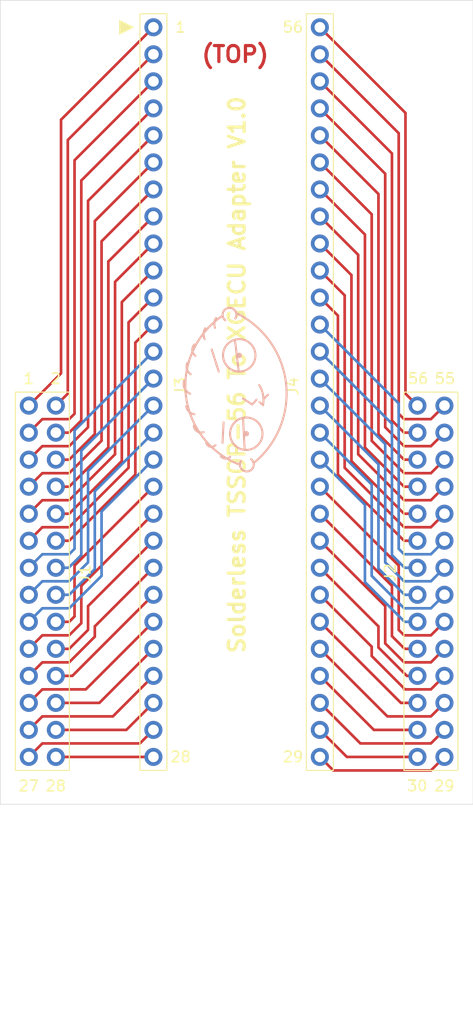
<source format=kicad_pcb>
(kicad_pcb (version 20240108) (generator "pcbnew") (generator_version "8.0")
  (layers (0 "F.Cu" signal) (31 "B.Cu" signal) (34 "B.Paste" user) (35 "F.Paste" user) (36 "B.SilkS" user "B.Silkscreen") (37 "F.SilkS" user "F.Silkscreen") (38 "B.Mask" user) (39 "F.Mask" user) (44 "Edge.Cuts" user))
  (net 0 "")
  (net 1 "/PIN1")
  (net 2 "/PIN20")
  (net 3 "/PIN23")
  (net 4 "/PIN19")
  (net 5 "/PIN12")
  (net 6 "/PIN6")
  (net 7 "/PIN27")
  (net 8 "/PIN8")
  (net 9 "/PIN16")
  (net 10 "/PIN11")
  (net 11 "/PIN17")
  (net 12 "/PIN22")
  (net 13 "/PIN24")
  (net 14 "/PIN7")
  (net 15 "/PIN21")
  (net 16 "/PIN3")
  (net 17 "/PIN28")
  (net 18 "/PIN10")
  (net 19 "/PIN13")
  (net 20 "/PIN18")
  (net 21 "/PIN9")
  (net 22 "/PIN2")
  (net 23 "/PIN26")
  (net 24 "/PIN25")
  (net 25 "/PIN14")
  (net 26 "/PIN4")
  (net 27 "/PIN5")
  (net 28 "/PIN15")
  (net 29 "/PIN46")
  (net 30 "/PIN43")
  (net 31 "/PIN50")
  (net 32 "/PIN48")
  (net 33 "/PIN47")
  (net 34 "/PIN39")
  (net 35 "/PIN34")
  (net 36 "/PIN42")
  (net 37 "/PIN52")
  (net 38 "/PIN33")
  (net 39 "/PIN51")
  (net 40 "/PIN37")
  (net 41 "/PIN56")
  (net 42 "/PIN55")
  (net 43 "/PIN53")
  (net 44 "/PIN36")
  (net 45 "/PIN29")
  (net 46 "/PIN49")
  (net 47 "/PIN41")
  (net 48 "/PIN30")
  (net 49 "/PIN54")
  (net 50 "/PIN44")
  (net 51 "/PIN31")
  (net 52 "/PIN40")
  (net 53 "/PIN32")
  (net 54 "/PIN38")
  (net 55 "/PIN35")
  (net 56 "/PIN45")
  (footprint "Connector_PinHeader_2.54mm:PinHeader_2x14_P2.54mm_Vertical" (layer "F.Cu") (at 149.08 78.74)
    (property "Reference" "J2" (at -2.555 15.697 90) (layer "F.SilkS"))
    (property "Value" "Conn_02x14_Odd_Even" (hide yes))
    (pad "1" thru_hole circle (at 0 0) (size 1.7 1.7) (drill 1) (layers "*.Cu" "*.Mask") (net 41 "/PIN56"))
    (pad "2" thru_hole oval (at 2.54 0) (size 1.7 1.7) (drill 1) (layers "*.Cu" "*.Mask") (net 42 "/PIN55"))
    (pad "3" thru_hole oval (at 0 2.54) (size 1.7 1.7) (drill 1) (layers "*.Cu" "*.Mask") (net 49 "/PIN54"))
    (pad "4" thru_hole oval (at 2.54 2.54) (size 1.7 1.7) (drill 1) (layers "*.Cu" "*.Mask") (net 43 "/PIN53"))
    (pad "5" thru_hole oval (at 0 5.08) (size 1.7 1.7) (drill 1) (layers "*.Cu" "*.Mask") (net 37 "/PIN52"))
    (pad "6" thru_hole oval (at 2.54 5.08) (size 1.7 1.7) (drill 1) (layers "*.Cu" "*.Mask") (net 39 "/PIN51"))
    (pad "7" thru_hole oval (at 0 7.62) (size 1.7 1.7) (drill 1) (layers "*.Cu" "*.Mask") (net 31 "/PIN50"))
    (pad "8" thru_hole oval (at 2.54 7.62) (size 1.7 1.7) (drill 1) (layers "*.Cu" "*.Mask") (net 46 "/PIN49"))
    (pad "9" thru_hole oval (at 0 10.16) (size 1.7 1.7) (drill 1) (layers "*.Cu" "*.Mask") (net 32 "/PIN48"))
    (pad "10" thru_hole oval (at 2.54 10.16) (size 1.7 1.7) (drill 1) (layers "*.Cu" "*.Mask") (net 33 "/PIN47"))
    (pad "11" thru_hole oval (at 0 12.7) (size 1.7 1.7) (drill 1) (layers "*.Cu" "*.Mask") (net 29 "/PIN46"))
    (pad "12" thru_hole oval (at 2.54 12.7) (size 1.7 1.7) (drill 1) (layers "*.Cu" "*.Mask") (net 56 "/PIN45"))
    (pad "13" thru_hole oval (at 0 15.24) (size 1.7 1.7) (drill 1) (layers "*.Cu" "*.Mask") (net 50 "/PIN44"))
    (pad "14" thru_hole oval (at 2.54 15.24) (size 1.7 1.7) (drill 1) (layers "*.Cu" "*.Mask") (net 30 "/PIN43"))
    (pad "15" thru_hole oval (at 0 17.78) (size 1.7 1.7) (drill 1) (layers "*.Cu" "*.Mask") (net 36 "/PIN42"))
    (pad "16" thru_hole oval (at 2.54 17.78) (size 1.7 1.7) (drill 1) (layers "*.Cu" "*.Mask") (net 47 "/PIN41"))
    (pad "17" thru_hole oval (at 0 20.32) (size 1.7 1.7) (drill 1) (layers "*.Cu" "*.Mask") (net 52 "/PIN40"))
    (pad "18" thru_hole oval (at 2.54 20.32) (size 1.7 1.7) (drill 1) (layers "*.Cu" "*.Mask") (net 34 "/PIN39"))
    (pad "19" thru_hole oval (at 0 22.86) (size 1.7 1.7) (drill 1) (layers "*.Cu" "*.Mask") (net 54 "/PIN38"))
    (pad "20" thru_hole oval (at 2.54 22.86) (size 1.7 1.7) (drill 1) (layers "*.Cu" "*.Mask") (net 40 "/PIN37"))
    (pad "21" thru_hole oval (at 0 25.4) (size 1.7 1.7) (drill 1) (layers "*.Cu" "*.Mask") (net 44 "/PIN36"))
    (pad "22" thru_hole oval (at 2.54 25.4) (size 1.7 1.7) (drill 1) (layers "*.Cu" "*.Mask") (net 55 "/PIN35"))
    (pad "23" thru_hole oval (at 0 27.94) (size 1.7 1.7) (drill 1) (layers "*.Cu" "*.Mask") (net 35 "/PIN34"))
    (pad "24" thru_hole oval (at 2.54 27.94) (size 1.7 1.7) (drill 1) (layers "*.Cu" "*.Mask") (net 38 "/PIN33"))
    (pad "25" thru_hole oval (at 0 30.48) (size 1.7 1.7) (drill 1) (layers "*.Cu" "*.Mask") (net 53 "/PIN32"))
    (pad "26" thru_hole oval (at 2.54 30.48) (size 1.7 1.7) (drill 1) (layers "*.Cu" "*.Mask") (net 51 "/PIN31"))
    (pad "27" thru_hole oval (at 0 33.02) (size 1.7 1.7) (drill 1) (layers "*.Cu" "*.Mask") (net 48 "/PIN30"))
    (pad "28" thru_hole oval (at 2.54 33.02) (size 1.7 1.7) (drill 1) (layers "*.Cu" "*.Mask") (net 45 "/PIN29"))
  )
  (footprint "Connector_PinHeader_2.54mm:PinHeader_2x14_P2.54mm_Vertical" (layer "F.Cu") (at 112.54 78.74)
    (property "Reference" "J1" (at 5.283 15.824 -90) (layer "F.SilkS"))
    (property "Value" "Conn_02x14_Odd_Even" (hide yes))
    (pad "1" thru_hole circle (at 0 0) (size 1.7 1.7) (drill 1) (layers "*.Cu" "*.Mask") (net 1 "/PIN1"))
    (pad "2" thru_hole oval (at 2.54 0) (size 1.7 1.7) (drill 1) (layers "*.Cu" "*.Mask") (net 22 "/PIN2"))
    (pad "3" thru_hole oval (at 0 2.54) (size 1.7 1.7) (drill 1) (layers "*.Cu" "*.Mask") (net 16 "/PIN3"))
    (pad "4" thru_hole oval (at 2.54 2.54) (size 1.7 1.7) (drill 1) (layers "*.Cu" "*.Mask") (net 26 "/PIN4"))
    (pad "5" thru_hole oval (at 0 5.08) (size 1.7 1.7) (drill 1) (layers "*.Cu" "*.Mask") (net 27 "/PIN5"))
    (pad "6" thru_hole oval (at 2.54 5.08) (size 1.7 1.7) (drill 1) (layers "*.Cu" "*.Mask") (net 6 "/PIN6"))
    (pad "7" thru_hole oval (at 0 7.62) (size 1.7 1.7) (drill 1) (layers "*.Cu" "*.Mask") (net 14 "/PIN7"))
    (pad "8" thru_hole oval (at 2.54 7.62) (size 1.7 1.7) (drill 1) (layers "*.Cu" "*.Mask") (net 8 "/PIN8"))
    (pad "9" thru_hole oval (at 0 10.16) (size 1.7 1.7) (drill 1) (layers "*.Cu" "*.Mask") (net 21 "/PIN9"))
    (pad "10" thru_hole oval (at 2.54 10.16) (size 1.7 1.7) (drill 1) (layers "*.Cu" "*.Mask") (net 18 "/PIN10"))
    (pad "11" thru_hole oval (at 0 12.7) (size 1.7 1.7) (drill 1) (layers "*.Cu" "*.Mask") (net 10 "/PIN11"))
    (pad "12" thru_hole oval (at 2.54 12.7) (size 1.7 1.7) (drill 1) (layers "*.Cu" "*.Mask") (net 5 "/PIN12"))
    (pad "13" thru_hole oval (at 0 15.24) (size 1.7 1.7) (drill 1) (layers "*.Cu" "*.Mask") (net 19 "/PIN13"))
    (pad "14" thru_hole oval (at 2.54 15.24) (size 1.7 1.7) (drill 1) (layers "*.Cu" "*.Mask") (net 25 "/PIN14"))
    (pad "15" thru_hole oval (at 0 17.78) (size 1.7 1.7) (drill 1) (layers "*.Cu" "*.Mask") (net 28 "/PIN15"))
    (pad "16" thru_hole oval (at 2.54 17.78) (size 1.7 1.7) (drill 1) (layers "*.Cu" "*.Mask") (net 9 "/PIN16"))
    (pad "17" thru_hole oval (at 0 20.32) (size 1.7 1.7) (drill 1) (layers "*.Cu" "*.Mask") (net 11 "/PIN17"))
    (pad "18" thru_hole oval (at 2.54 20.32) (size 1.7 1.7) (drill 1) (layers "*.Cu" "*.Mask") (net 20 "/PIN18"))
    (pad "19" thru_hole oval (at 0 22.86) (size 1.7 1.7) (drill 1) (layers "*.Cu" "*.Mask") (net 4 "/PIN19"))
    (pad "20" thru_hole oval (at 2.54 22.86) (size 1.7 1.7) (drill 1) (layers "*.Cu" "*.Mask") (net 2 "/PIN20"))
    (pad "21" thru_hole oval (at 0 25.4) (size 1.7 1.7) (drill 1) (layers "*.Cu" "*.Mask") (net 15 "/PIN21"))
    (pad "22" thru_hole oval (at 2.54 25.4) (size 1.7 1.7) (drill 1) (layers "*.Cu" "*.Mask") (net 12 "/PIN22"))
    (pad "23" thru_hole oval (at 0 27.94) (size 1.7 1.7) (drill 1) (layers "*.Cu" "*.Mask") (net 3 "/PIN23"))
    (pad "24" thru_hole oval (at 2.54 27.94) (size 1.7 1.7) (drill 1) (layers "*.Cu" "*.Mask") (net 13 "/PIN24"))
    (pad "25" thru_hole oval (at 0 30.48) (size 1.7 1.7) (drill 1) (layers "*.Cu" "*.Mask") (net 24 "/PIN25"))
    (pad "26" thru_hole oval (at 2.54 30.48) (size 1.7 1.7) (drill 1) (layers "*.Cu" "*.Mask") (net 23 "/PIN26"))
    (pad "27" thru_hole oval (at 0 33.02) (size 1.7 1.7) (drill 1) (layers "*.Cu" "*.Mask") (net 7 "/PIN27"))
    (pad "28" thru_hole oval (at 2.54 33.02) (size 1.7 1.7) (drill 1) (layers "*.Cu" "*.Mask") (net 17 "/PIN28"))
  )
  (footprint "Connector_PinHeader_2.54mm:PinHeader_1x28_P2.54mm_Vertical" (layer "F.Cu") (at 139.905 43.18)
    (property "Reference" "J4" (at -2.54 33.753316 90) (layer "F.SilkS"))
    (property "Value" "Conn_01x28" (hide yes))
    (pad "1" thru_hole circle (at 0 0) (size 1.7 1.7) (drill 1) (layers "*.Cu" "*.Mask") (net 41 "/PIN56"))
    (pad "2" thru_hole oval (at 0 2.54) (size 1.7 1.7) (drill 1) (layers "*.Cu" "*.Mask") (net 42 "/PIN55"))
    (pad "3" thru_hole oval (at 0 5.08) (size 1.7 1.7) (drill 1) (layers "*.Cu" "*.Mask") (net 49 "/PIN54"))
    (pad "4" thru_hole oval (at 0 7.62) (size 1.7 1.7) (drill 1) (layers "*.Cu" "*.Mask") (net 43 "/PIN53"))
    (pad "5" thru_hole oval (at 0 10.16) (size 1.7 1.7) (drill 1) (layers "*.Cu" "*.Mask") (net 37 "/PIN52"))
    (pad "6" thru_hole oval (at 0 12.7) (size 1.7 1.7) (drill 1) (layers "*.Cu" "*.Mask") (net 39 "/PIN51"))
    (pad "7" thru_hole oval (at 0 15.24) (size 1.7 1.7) (drill 1) (layers "*.Cu" "*.Mask") (net 31 "/PIN50"))
    (pad "8" thru_hole oval (at 0 17.78) (size 1.7 1.7) (drill 1) (layers "*.Cu" "*.Mask") (net 46 "/PIN49"))
    (pad "9" thru_hole oval (at 0 20.32) (size 1.7 1.7) (drill 1) (layers "*.Cu" "*.Mask") (net 32 "/PIN48"))
    (pad "10" thru_hole oval (at 0 22.86) (size 1.7 1.7) (drill 1) (layers "*.Cu" "*.Mask") (net 33 "/PIN47"))
    (pad "11" thru_hole oval (at 0 25.4) (size 1.7 1.7) (drill 1) (layers "*.Cu" "*.Mask") (net 29 "/PIN46"))
    (pad "12" thru_hole oval (at 0 27.94) (size 1.7 1.7) (drill 1) (layers "*.Cu" "*.Mask") (net 56 "/PIN45"))
    (pad "13" thru_hole oval (at 0 30.48) (size 1.7 1.7) (drill 1) (layers "*.Cu" "*.Mask") (net 50 "/PIN44"))
    (pad "14" thru_hole oval (at 0 33.02) (size 1.7 1.7) (drill 1) (layers "*.Cu" "*.Mask") (net 30 "/PIN43"))
    (pad "15" thru_hole oval (at 0 35.56) (size 1.7 1.7) (drill 1) (layers "*.Cu" "*.Mask") (net 36 "/PIN42"))
    (pad "16" thru_hole oval (at 0 38.1) (size 1.7 1.7) (drill 1) (layers "*.Cu" "*.Mask") (net 47 "/PIN41"))
    (pad "17" thru_hole oval (at 0 40.64) (size 1.7 1.7) (drill 1) (layers "*.Cu" "*.Mask") (net 52 "/PIN40"))
    (pad "18" thru_hole oval (at 0 43.18) (size 1.7 1.7) (drill 1) (layers "*.Cu" "*.Mask") (net 34 "/PIN39"))
    (pad "19" thru_hole oval (at 0 45.72) (size 1.7 1.7) (drill 1) (layers "*.Cu" "*.Mask") (net 54 "/PIN38"))
    (pad "20" thru_hole oval (at 0 48.26) (size 1.7 1.7) (drill 1) (layers "*.Cu" "*.Mask") (net 40 "/PIN37"))
    (pad "21" thru_hole oval (at 0 50.8) (size 1.7 1.7) (drill 1) (layers "*.Cu" "*.Mask") (net 44 "/PIN36"))
    (pad "22" thru_hole oval (at 0 53.34) (size 1.7 1.7) (drill 1) (layers "*.Cu" "*.Mask") (net 55 "/PIN35"))
    (pad "23" thru_hole oval (at 0 55.88) (size 1.7 1.7) (drill 1) (layers "*.Cu" "*.Mask") (net 35 "/PIN34"))
    (pad "24" thru_hole oval (at 0 58.42) (size 1.7 1.7) (drill 1) (layers "*.Cu" "*.Mask") (net 38 "/PIN33"))
    (pad "25" thru_hole oval (at 0 60.96) (size 1.7 1.7) (drill 1) (layers "*.Cu" "*.Mask") (net 53 "/PIN32"))
    (pad "26" thru_hole oval (at 0 63.5) (size 1.7 1.7) (drill 1) (layers "*.Cu" "*.Mask") (net 51 "/PIN31"))
    (pad "27" thru_hole oval (at 0 66.04) (size 1.7 1.7) (drill 1) (layers "*.Cu" "*.Mask") (net 48 "/PIN30"))
    (pad "28" thru_hole oval (at 0 68.58) (size 1.7 1.7) (drill 1) (layers "*.Cu" "*.Mask") (net 45 "/PIN29"))
  )
  (footprint "Connector_PinHeader_2.54mm:PinHeader_1x28_P2.54mm_Vertical" (layer "F.Cu") (at 124.255 43.18)
    (property "Reference" "J3" (at 2.54 33.753316 -90) (layer "F.SilkS"))
    (property "Value" "Conn_01x28" (hide yes))
    (pad "1" thru_hole circle (at 0 0) (size 1.7 1.7) (drill 1) (layers "*.Cu" "*.Mask") (net 1 "/PIN1"))
    (pad "2" thru_hole oval (at 0 2.54) (size 1.7 1.7) (drill 1) (layers "*.Cu" "*.Mask") (net 22 "/PIN2"))
    (pad "3" thru_hole oval (at 0 5.08) (size 1.7 1.7) (drill 1) (layers "*.Cu" "*.Mask") (net 16 "/PIN3"))
    (pad "4" thru_hole oval (at 0 7.62) (size 1.7 1.7) (drill 1) (layers "*.Cu" "*.Mask") (net 26 "/PIN4"))
    (pad "5" thru_hole oval (at 0 10.16) (size 1.7 1.7) (drill 1) (layers "*.Cu" "*.Mask") (net 27 "/PIN5"))
    (pad "6" thru_hole oval (at 0 12.7) (size 1.7 1.7) (drill 1) (layers "*.Cu" "*.Mask") (net 6 "/PIN6"))
    (pad "7" thru_hole oval (at 0 15.24) (size 1.7 1.7) (drill 1) (layers "*.Cu" "*.Mask") (net 14 "/PIN7"))
    (pad "8" thru_hole oval (at 0 17.78) (size 1.7 1.7) (drill 1) (layers "*.Cu" "*.Mask") (net 8 "/PIN8"))
    (pad "9" thru_hole oval (at 0 20.32) (size 1.7 1.7) (drill 1) (layers "*.Cu" "*.Mask") (net 21 "/PIN9"))
    (pad "10" thru_hole oval (at 0 22.86) (size 1.7 1.7) (drill 1) (layers "*.Cu" "*.Mask") (net 18 "/PIN10"))
    (pad "11" thru_hole oval (at 0 25.4) (size 1.7 1.7) (drill 1) (layers "*.Cu" "*.Mask") (net 10 "/PIN11"))
    (pad "12" thru_hole oval (at 0 27.94) (size 1.7 1.7) (drill 1) (layers "*.Cu" "*.Mask") (net 5 "/PIN12"))
    (pad "13" thru_hole oval (at 0 30.48) (size 1.7 1.7) (drill 1) (layers "*.Cu" "*.Mask") (net 19 "/PIN13"))
    (pad "14" thru_hole oval (at 0 33.02) (size 1.7 1.7) (drill 1) (layers "*.Cu" "*.Mask") (net 25 "/PIN14"))
    (pad "15" thru_hole oval (at 0 35.56) (size 1.7 1.7) (drill 1) (layers "*.Cu" "*.Mask") (net 28 "/PIN15"))
    (pad "16" thru_hole oval (at 0 38.1) (size 1.7 1.7) (drill 1) (layers "*.Cu" "*.Mask") (net 9 "/PIN16"))
    (pad "17" thru_hole oval (at 0 40.64) (size 1.7 1.7) (drill 1) (layers "*.Cu" "*.Mask") (net 11 "/PIN17"))
    (pad "18" thru_hole oval (at 0 43.18) (size 1.7 1.7) (drill 1) (layers "*.Cu" "*.Mask") (net 20 "/PIN18"))
    (pad "19" thru_hole oval (at 0 45.72) (size 1.7 1.7) (drill 1) (layers "*.Cu" "*.Mask") (net 4 "/PIN19"))
    (pad "20" thru_hole oval (at 0 48.26) (size 1.7 1.7) (drill 1) (layers "*.Cu" "*.Mask") (net 2 "/PIN20"))
    (pad "21" thru_hole oval (at 0 50.8) (size 1.7 1.7) (drill 1) (layers "*.Cu" "*.Mask") (net 15 "/PIN21"))
    (pad "22" thru_hole oval (at 0 53.34) (size 1.7 1.7) (drill 1) (layers "*.Cu" "*.Mask") (net 12 "/PIN22"))
    (pad "23" thru_hole oval (at 0 55.88) (size 1.7 1.7) (drill 1) (layers "*.Cu" "*.Mask") (net 3 "/PIN23"))
    (pad "24" thru_hole oval (at 0 58.42) (size 1.7 1.7) (drill 1) (layers "*.Cu" "*.Mask") (net 13 "/PIN24"))
    (pad "25" thru_hole oval (at 0 60.96) (size 1.7 1.7) (drill 1) (layers "*.Cu" "*.Mask") (net 24 "/PIN25"))
    (pad "26" thru_hole oval (at 0 63.5) (size 1.7 1.7) (drill 1) (layers "*.Cu" "*.Mask") (net 23 "/PIN26"))
    (pad "27" thru_hole oval (at 0 66.04) (size 1.7 1.7) (drill 1) (layers "*.Cu" "*.Mask") (net 7 "/PIN27"))
    (pad "28" thru_hole oval (at 0 68.58) (size 1.7 1.7) (drill 1) (layers "*.Cu" "*.Mask") (net 17 "/PIN28"))
  )
  (gr_circle (center 132.325553 74.015399) (end 132.3264 74.2186) (stroke (width 0.1)) (fill solid) (layer "B.SilkS"))
  (gr_circle (center 132.325553 74.015399) (end 132.274752 75.5394) (stroke (width 0.2)) (fill none) (layer "B.SilkS"))
  (gr_arc (start 130.0912 82.4482) (mid 129.598758 82.604273) (end 129.227599 82.245) (stroke (width 0.2)) (layer "B.SilkS"))
  (gr_arc (start 127.754399 75.793399) (mid 127.407408 75.315593) (end 127.4496 74.726599) (stroke (width 0.2)) (layer "B.SilkS"))
  (gr_line (start 132.2756 75.5394) (end 131.92 72.5422) (stroke (width 0.2)) (layer "B.SilkS"))
  (gr_arc (start 129.0752 72.4914) (mid 128.97283 71.977012) (end 129.125999 71.4754) (stroke (width 0.2)) (layer "B.SilkS"))
  (gr_line (start 130.396 75.539399) (end 129.735598 73.4566) (stroke (width 0.2)) (layer "B.SilkS"))
  (gr_line (start 133.5456 78.638199) (end 132.681999 78.079401) (stroke (width 0.2)) (layer "B.SilkS"))
  (gr_line (start 134.612399 78.130201) (end 135.0188 77.7238) (stroke (width 0.2)) (layer "B.SilkS"))
  (gr_circle (center 132.986799 81.3814) (end 132.935998 82.9054) (stroke (width 0.2)) (fill none) (layer "B.SilkS"))
  (gr_arc (start 128.973599 81.228999) (mid 128.360633 81.157869) (end 128.059199 80.6194) (stroke (width 0.2)) (layer "B.SilkS"))
  (gr_arc (start 131.4628 83.5658) (mid 131.020682 83.715999) (end 130.599199 83.515) (stroke (width 0.2)) (layer "B.SilkS"))
  (gr_line (start 134.5616 78.689) (end 134.2314 78.4096) (stroke (width 0.2)) (layer "B.SilkS"))
  (gr_arc (start 132.3264 84.277) (mid 127.316525 77.819828) (end 130.649998 70.3578) (stroke (width 0.2)) (layer "B.SilkS"))
  (gr_line (start 132.834398 82.8546) (end 132.682 79.908199) (stroke (width 0.2)) (layer "B.SilkS"))
  (gr_line (start 130.751599 82.245001) (end 130.853199 80.3146) (stroke (width 0.2)) (layer "B.SilkS"))
  (gr_arc (start 132.174 70.1038) (mid 136.729896 76.701821) (end 133.698 84.124598) (stroke (width 0.2)) (layer "B.SilkS"))
  (gr_arc (start 128.2116 74.0662) (mid 127.916242 73.556078) (end 128.109999 72.9994) (stroke (width 0.2)) (layer "B.SilkS"))
  (gr_arc (start 128.11 79.5526) (mid 127.601999 79.2986) (end 127.348 78.790599) (stroke (width 0.2)) (layer "B.SilkS"))
  (gr_arc (start 127.703598 77.6222) (mid 127.193275 77.118435) (end 127.144799 76.403) (stroke (width 0.2)) (layer "B.SilkS"))
  (gr_arc (start 130.0404 71.4246) (mid 129.990818 70.956245) (end 130.141999 70.5102) (stroke (width 0.2)) (layer "B.SilkS"))
  (gr_circle (center 132.986799 81.3814) (end 132.986799 81.5846) (stroke (width 0.1)) (fill solid) (layer "B.SilkS"))
  (gr_arc (start 134.205999 76.8094) (mid 134.56011 77.715844) (end 134.5616 78.689) (stroke (width 0.2)) (layer "B.SilkS"))
  (gr_line (start 133.5456 78.638199) (end 133.951999 78.181) (stroke (width 0.2)) (layer "B.SilkS"))
  (gr_arc (start 133.444 83.769) (mid 133.144238 84.918757) (end 132.488749 83.927732) (stroke (width 0.2)) (layer "B.SilkS"))
  (gr_arc (start 131.005599 70.713399) (mid 131.30536 69.563641) (end 131.960849 70.554669) (stroke (width 0.2)) (layer "B.SilkS"))
  (gr_rect (start 111.27 77.47) (end 116.35 113.03) (stroke (width 0.1)) (fill none) (layer "F.SilkS"))
  (gr_rect (start 147.81 77.47) (end 152.89 113.03) (stroke (width 0.1)) (fill none) (layer "F.SilkS"))
  (gr_rect (start 122.985 41.91) (end 125.525 113.03) (stroke (width 0.1)) (fill none) (layer "F.SilkS"))
  (gr_poly (pts (xy 122.35 43.18) (xy 121.08 42.545) (xy 121.08 43.815)) (stroke (width 0.1)) (fill solid) (layer "F.SilkS"))
  (gr_rect (start 138.635 41.91) (end 141.175 113.03) (stroke (width 0.1)) (fill none) (layer "F.SilkS"))
  (gr_rect (start 109.855 40.64) (end 154.305 116.205) (stroke (width 0.05)) (fill none) (layer "Edge.Cuts"))
  (gr_text "(TOP)" (at 131.9454 45.7198 0) (layer "F.Cu") (effects (font (size 1.5 1.5) (thickness 0.3) (bold yes))))
  (gr_text "Solderless TSSOP-56 To XGECU Adapter V1.0" (at 132.9868 102.184 90) (layer "F.SilkS") (effects (font (size 1.5 1.5) (thickness 0.3) (bold yes)) (justify left bottom)))
  (gr_text "1" (at 126.805 43.17 0) (layer "F.SilkS") (effects (font (size 1 1))))
  (gr_text "56" (at 149.14938 76.2 0) (layer "F.SilkS") (effects (font (size 1 1))))
  (gr_text "27" (at 111.472621 114.482618 0) (layer "F.SilkS") (effects (font (size 1 1)) (justify left)))
  (gr_text "30" (at 148.012621 114.482618 0) (layer "F.SilkS") (effects (font (size 1 1)) (justify left)))
  (gr_text "1" (at 111.94881 76.2 0) (layer "F.SilkS") (effects (font (size 1 1)) (justify left)))
  (gr_text "56" (at 137.375 43.17 0) (layer "F.SilkS") (effects (font (size 1 1))))
  (gr_text "2" (at 114.488809 76.2 0) (layer "F.SilkS") (effects (font (size 1 1)) (justify left)))
  (gr_text "55" (at 150.622 76.2 0) (layer "F.SilkS") (effects (font (size 1 1)) (justify left)))
  (gr_text "29" (at 150.55262 114.482618 0) (layer "F.SilkS") (effects (font (size 1 1)) (justify left)))
  (gr_text "28" (at 114.01262 114.482618 0) (layer "F.SilkS") (effects (font (size 1 1)) (justify left)))
  (gr_text "29\n" (at 137.375 111.75 0) (layer "F.SilkS") (effects (font (size 1 1))))
  (gr_text "28\n" (at 126.805 111.75 0) (layer "F.SilkS") (effects (font (size 1 1))))
  (segment (start 115.57 51.865) (end 124.255 43.18) (width 0.25) (layer "F.Cu") (net 1))
  (segment (start 112.54 78.74) (end 115.57 75.71) (width 0.25) (layer "F.Cu") (net 1))
  (segment (start 115.57 75.71) (end 115.57 51.865) (width 0.25) (layer "F.Cu") (net 1))
  (segment (start 124.255 91.44) (end 118.11 97.585) (width 0.25) (layer "F.Cu") (net 2))
  (segment (start 118.11 99.822) (end 116.332 101.6) (width 0.25) (layer "F.Cu") (net 2))
  (segment (start 116.332 101.6) (end 115.08 101.6) (width 0.25) (layer "F.Cu") (net 2))
  (segment (start 118.11 97.585) (end 118.11 99.822) (width 0.25) (layer "F.Cu") (net 2))
  (segment (start 117.905 105.41) (end 124.255 99.06) (width 0.25) (layer "F.Cu") (net 3))
  (segment (start 112.54 106.68) (end 113.81 105.41) (width 0.25) (layer "F.Cu") (net 3))
  (segment (start 113.81 105.41) (end 117.905 105.41) (width 0.25) (layer "F.Cu") (net 3))
  (segment (start 113.81 100.33) (end 112.54 101.6) (width 0.25) (layer "F.Cu") (net 4))
  (segment (start 116.332 100.33) (end 113.81 100.33) (width 0.25) (layer "F.Cu") (net 4))
  (segment (start 124.255 88.9) (end 117.475 95.68) (width 0.25) (layer "F.Cu") (net 4))
  (segment (start 117.475 95.68) (end 117.475 99.187) (width 0.25) (layer "F.Cu") (net 4))
  (segment (start 117.475 99.187) (end 116.332 100.33) (width 0.25) (layer "F.Cu") (net 4))
  (segment (start 116.332 91.44) (end 115.08 91.44) (width 0.25) (layer "F.Cu") (net 5))
  (segment (start 124.255 71.12) (end 122.555 72.82) (width 0.25) (layer "F.Cu") (net 5))
  (segment (start 122.555 72.82) (end 122.555 85.217) (width 0.25) (layer "F.Cu") (net 5))
  (segment (start 122.555 85.217) (end 116.332 91.44) (width 0.25) (layer "F.Cu") (net 5))
  (segment (start 116.332 83.82) (end 118.745 81.407) (width 0.25) (layer "F.Cu") (net 6))
  (segment (start 118.745 61.39) (end 124.255 55.88) (width 0.25) (layer "F.Cu") (net 6))
  (segment (start 118.745 81.407) (end 118.745 61.39) (width 0.25) (layer "F.Cu") (net 6))
  (segment (start 115.08 83.82) (end 116.332 83.82) (width 0.25) (layer "F.Cu") (net 6))
  (segment (start 112.54 111.76) (end 113.81 110.49) (width 0.25) (layer "F.Cu") (net 7))
  (segment (start 113.81 110.49) (end 122.985 110.49) (width 0.25) (layer "F.Cu") (net 7))
  (segment (start 122.985 110.49) (end 124.255 109.22) (width 0.25) (layer "F.Cu") (net 7))
  (segment (start 116.332 86.36) (end 120.015 82.677) (width 0.25) (layer "F.Cu") (net 8))
  (segment (start 120.015 82.677) (end 120.015 65.2) (width 0.25) (layer "F.Cu") (net 8))
  (segment (start 115.08 86.36) (end 116.332 86.36) (width 0.25) (layer "F.Cu") (net 8))
  (segment (start 120.015 65.2) (end 124.255 60.96) (width 0.25) (layer "F.Cu") (net 8))
  (segment (start 118.745 94.107) (end 118.745 86.79) (width 0.25) (layer "B.Cu") (net 9))
  (segment (start 115.08 96.52) (end 116.332 96.52) (width 0.25) (layer "B.Cu") (net 9))
  (segment (start 116.332 96.52) (end 118.745 94.107) (width 0.25) (layer "B.Cu") (net 9))
  (segment (start 118.745 86.79) (end 124.255 81.28) (width 0.25) (layer "B.Cu") (net 9))
  (segment (start 116.332 90.17) (end 121.92 84.582) (width 0.25) (layer "F.Cu") (net 10))
  (segment (start 113.81 90.17) (end 116.332 90.17) (width 0.25) (layer "F.Cu") (net 10))
  (segment (start 121.92 70.915) (end 124.255 68.58) (width 0.25) (layer "F.Cu") (net 10))
  (segment (start 121.92 84.582) (end 121.92 70.915) (width 0.25) (layer "F.Cu") (net 10))
  (segment (start 112.54 91.44) (end 113.81 90.17) (width 0.25) (layer "F.Cu") (net 10))
  (segment (start 113.81 97.79) (end 112.54 99.06) (width 0.25) (layer "B.Cu") (net 11))
  (segment (start 119.38 88.695) (end 119.38 94.742) (width 0.25) (layer "B.Cu") (net 11))
  (segment (start 116.332 97.79) (end 113.81 97.79) (width 0.25) (layer "B.Cu") (net 11))
  (segment (start 119.38 94.742) (end 116.332 97.79) (width 0.25) (layer "B.Cu") (net 11))
  (segment (start 124.255 83.82) (end 119.38 88.695) (width 0.25) (layer "B.Cu") (net 11))
  (segment (start 116.635 104.14) (end 115.08 104.14) (width 0.25) (layer "F.Cu") (net 12))
  (segment (start 124.255 96.52) (end 116.635 104.14) (width 0.25) (layer "F.Cu") (net 12))
  (segment (start 124.255 101.6) (end 119.175 106.68) (width 0.25) (layer "F.Cu") (net 13))
  (segment (start 119.175 106.68) (end 115.08 106.68) (width 0.25) (layer "F.Cu") (net 13))
  (segment (start 119.38 63.295) (end 124.255 58.42) (width 0.25) (layer "F.Cu") (net 14))
  (segment (start 116.332 85.09) (end 119.38 82.042) (width 0.25) (layer "F.Cu") (net 14))
  (segment (start 119.38 82.042) (end 119.38 63.295) (width 0.25) (layer "F.Cu") (net 14))
  (segment (start 112.54 86.36) (end 113.81 85.09) (width 0.25) (layer "F.Cu") (net 14))
  (segment (start 113.81 85.09) (end 116.332 85.09) (width 0.25) (layer "F.Cu") (net 14))
  (segment (start 113.81 102.87) (end 112.54 104.14) (width 0.25) (layer "F.Cu") (net 15))
  (segment (start 116.332 102.87) (end 113.81 102.87) (width 0.25) (layer "F.Cu") (net 15))
  (segment (start 118.745 100.457) (end 116.332 102.87) (width 0.25) (layer "F.Cu") (net 15))
  (segment (start 124.255 93.98) (end 118.745 99.49) (width 0.25) (layer "F.Cu") (net 15))
  (segment (start 118.745 99.49) (end 118.745 100.457) (width 0.25) (layer "F.Cu") (net 15))
  (segment (start 112.54 81.28) (end 113.81 80.01) (width 0.25) (layer "F.Cu") (net 16))
  (segment (start 113.81 80.01) (end 116.332 80.01) (width 0.25) (layer "F.Cu") (net 16))
  (segment (start 116.84 79.502) (end 116.84 55.675) (width 0.25) (layer "F.Cu") (net 16))
  (segment (start 116.332 80.01) (end 116.84 79.502) (width 0.25) (layer "F.Cu") (net 16))
  (segment (start 116.84 55.675) (end 124.255 48.26) (width 0.25) (layer "F.Cu") (net 16))
  (segment (start 124.255 111.76) (end 115.08 111.76) (width 0.25) (layer "F.Cu") (net 17))
  (segment (start 116.332 88.9) (end 115.08 88.9) (width 0.25) (layer "F.Cu") (net 18))
  (segment (start 121.285 69.01) (end 121.285 83.947) (width 0.25) (layer "F.Cu") (net 18))
  (segment (start 124.255 66.04) (end 121.285 69.01) (width 0.25) (layer "F.Cu") (net 18))
  (segment (start 121.285 83.947) (end 116.332 88.9) (width 0.25) (layer "F.Cu") (net 18))
  (segment (start 116.332 92.71) (end 113.81 92.71) (width 0.25) (layer "B.Cu") (net 19))
  (segment (start 116.84 81.075) (end 116.84 92.202) (width 0.25) (layer "B.Cu") (net 19))
  (segment (start 116.84 92.202) (end 116.332 92.71) (width 0.25) (layer "B.Cu") (net 19))
  (segment (start 113.81 92.71) (end 112.54 93.98) (width 0.25) (layer "B.Cu") (net 19))
  (segment (start 124.255 73.66) (end 116.84 81.075) (width 0.25) (layer "B.Cu") (net 19))
  (segment (start 116.332 99.06) (end 115.08 99.06) (width 0.25) (layer "F.Cu") (net 20))
  (segment (start 116.84 93.775) (end 116.84 98.552) (width 0.25) (layer "F.Cu") (net 20))
  (segment (start 124.255 86.36) (end 116.84 93.775) (width 0.25) (layer "F.Cu") (net 20))
  (segment (start 116.84 98.552) (end 116.332 99.06) (width 0.25) (layer "F.Cu") (net 20))
  (segment (start 120.65 83.312) (end 116.332 87.63) (width 0.25) (layer "F.Cu") (net 21))
  (segment (start 116.332 87.63) (end 113.81 87.63) (width 0.25) (layer "F.Cu") (net 21))
  (segment (start 113.81 87.63) (end 112.54 88.9) (width 0.25) (layer "F.Cu") (net 21))
  (segment (start 120.65 67.105) (end 120.65 83.312) (width 0.25) (layer "F.Cu") (net 21))
  (segment (start 124.255 63.5) (end 120.65 67.105) (width 0.25) (layer "F.Cu") (net 21))
  (segment (start 115.08 78.74) (end 116.205 77.615) (width 0.25) (layer "F.Cu") (net 22))
  (segment (start 116.205 53.77) (end 124.255 45.72) (width 0.25) (layer "F.Cu") (net 22))
  (segment (start 116.205 77.615) (end 116.205 53.77) (width 0.25) (layer "F.Cu") (net 22))
  (segment (start 124.255 106.68) (end 121.715 109.22) (width 0.25) (layer "F.Cu") (net 23))
  (segment (start 121.715 109.22) (end 115.08 109.22) (width 0.25) (layer "F.Cu") (net 23))
  (segment (start 113.81 107.95) (end 120.445 107.95) (width 0.25) (layer "F.Cu") (net 24))
  (segment (start 120.445 107.95) (end 124.255 104.14) (width 0.25) (layer "F.Cu") (net 24))
  (segment (start 112.54 109.22) (end 113.81 107.95) (width 0.25) (layer "F.Cu") (net 24))
  (segment (start 117.475 82.98) (end 117.475 92.787081) (width 0.25) (layer "B.Cu") (net 25))
  (segment (start 116.282081 93.98) (end 115.08 93.98) (width 0.25) (layer "B.Cu") (net 25))
  (segment (start 117.475 92.787081) (end 116.282081 93.98) (width 0.25) (layer "B.Cu") (net 25))
  (segment (start 124.255 76.2) (end 117.475 82.98) (width 0.25) (layer "B.Cu") (net 25))
  (segment (start 115.08 81.28) (end 116.332 81.28) (width 0.25) (layer "F.Cu") (net 26))
  (segment (start 117.475 57.58) (end 124.255 50.8) (width 0.25) (layer "F.Cu") (net 26))
  (segment (start 116.332 81.28) (end 117.475 80.137) (width 0.25) (layer "F.Cu") (net 26))
  (segment (start 117.475 80.137) (end 117.475 57.58) (width 0.25) (layer "F.Cu") (net 26))
  (segment (start 113.81 82.55) (end 116.332 82.55) (width 0.25) (layer "F.Cu") (net 27))
  (segment (start 118.11 80.772) (end 118.11 59.485) (width 0.25) (layer "F.Cu") (net 27))
  (segment (start 112.54 83.82) (end 113.81 82.55) (width 0.25) (layer "F.Cu") (net 27))
  (segment (start 118.11 59.485) (end 124.255 53.34) (width 0.25) (layer "F.Cu") (net 27))
  (segment (start 116.332 82.55) (end 118.11 80.772) (width 0.25) (layer "F.Cu") (net 27))
  (segment (start 118.11 93.472) (end 116.332 95.25) (width 0.25) (layer "B.Cu") (net 28))
  (segment (start 113.81 95.25) (end 112.54 96.52) (width 0.25) (layer "B.Cu") (net 28))
  (segment (start 118.11 84.885) (end 118.11 93.472) (width 0.25) (layer "B.Cu") (net 28))
  (segment (start 116.332 95.25) (end 113.81 95.25) (width 0.25) (layer "B.Cu") (net 28))
  (segment (start 124.255 78.74) (end 118.11 84.885) (width 0.25) (layer "B.Cu") (net 28))
  (segment (start 147.828 91.44) (end 149.08 91.44) (width 0.25) (layer "F.Cu") (net 29))
  (segment (start 141.605 70.28) (end 141.605 85.217) (width 0.25) (layer "F.Cu") (net 29))
  (segment (start 139.905 68.58) (end 141.605 70.28) (width 0.25) (layer "F.Cu") (net 29))
  (segment (start 141.605 85.217) (end 147.828 91.44) (width 0.25) (layer "F.Cu") (net 29))
  (segment (start 146.05 93.472) (end 147.828 95.25) (width 0.25) (layer "B.Cu") (net 30))
  (segment (start 147.828 95.25) (end 150.35 95.25) (width 0.25) (layer "B.Cu") (net 30))
  (segment (start 150.35 95.25) (end 151.62 93.98) (width 0.25) (layer "B.Cu") (net 30))
  (segment (start 139.905 76.2) (end 146.05 82.345) (width 0.25) (layer "B.Cu") (net 30))
  (segment (start 146.05 82.345) (end 146.05 93.472) (width 0.25) (layer "B.Cu") (net 30))
  (segment (start 144.145 62.66) (end 144.145 82.677) (width 0.25) (layer "F.Cu") (net 31))
  (segment (start 144.145 82.677) (end 147.828 86.36) (width 0.25) (layer "F.Cu") (net 31))
  (segment (start 147.828 86.36) (end 149.08 86.36) (width 0.25) (layer "F.Cu") (net 31))
  (segment (start 139.905 58.42) (end 144.145 62.66) (width 0.25) (layer "F.Cu") (net 31))
  (segment (start 139.905 63.5) (end 142.875 66.47) (width 0.25) (layer "F.Cu") (net 32))
  (segment (start 142.875 66.47) (end 142.875 83.947) (width 0.25) (layer "F.Cu") (net 32))
  (segment (start 142.875 83.947) (end 147.828 88.9) (width 0.25) (layer "F.Cu") (net 32))
  (segment (start 147.828 88.9) (end 149.08 88.9) (width 0.25) (layer "F.Cu") (net 32))
  (segment (start 142.24 84.582) (end 147.828 90.17) (width 0.25) (layer "F.Cu") (net 33))
  (segment (start 142.24 68.375) (end 142.24 84.582) (width 0.25) (layer "F.Cu") (net 33))
  (segment (start 139.905 66.04) (end 142.24 68.375) (width 0.25) (layer "F.Cu") (net 33))
  (segment (start 147.828 90.17) (end 150.35 90.17) (width 0.25) (layer "F.Cu") (net 33))
  (segment (start 150.35 90.17) (end 151.62 88.9) (width 0.25) (layer "F.Cu") (net 33))
  (segment (start 147.32 99.822) (end 147.32 93.775) (width 0.25) (layer "F.Cu") (net 34))
  (segment (start 150.35 100.33) (end 147.828 100.33) (width 0.25) (layer "F.Cu") (net 34))
  (segment (start 151.62 99.06) (end 150.35 100.33) (width 0.25) (layer "F.Cu") (net 34))
  (segment (start 147.828 100.33) (end 147.32 99.822) (width 0.25) (layer "F.Cu") (net 34))
  (segment (start 147.32 93.775) (end 139.905 86.36) (width 0.25) (layer "F.Cu") (net 34))
  (segment (start 139.905 99.06) (end 147.525 106.68) (width 0.25) (layer "F.Cu") (net 35))
  (segment (start 147.525 106.68) (end 149.08 106.68) (width 0.25) (layer "F.Cu") (net 35))
  (segment (start 145.415 94.057081) (end 147.877919 96.52) (width 0.25) (layer "B.Cu") (net 36))
  (segment (start 139.905 78.74) (end 145.415 84.25) (width 0.25) (layer "B.Cu") (net 36))
  (segment (start 147.877919 96.52) (end 149.08 96.52) (width 0.25) (layer "B.Cu") (net 36))
  (segment (start 145.415 84.25) (end 145.415 94.057081) (width 0.25) (layer "B.Cu") (net 36))
  (segment (start 147.828 83.82) (end 149.08 83.82) (width 0.25) (layer "F.Cu") (net 37))
  (segment (start 139.905 53.34) (end 145.415 58.85) (width 0.25) (layer "F.Cu") (net 37))
  (segment (start 145.415 81.407) (end 147.828 83.82) (width 0.25) (layer "F.Cu") (net 37))
  (segment (start 145.415 58.85) (end 145.415 81.407) (width 0.25) (layer "F.Cu") (net 37))
  (segment (start 146.255 107.95) (end 150.35 107.95) (width 0.25) (layer "F.Cu") (net 38))
  (segment (start 150.35 107.95) (end 151.62 106.68) (width 0.25) (layer "F.Cu") (net 38))
  (segment (start 139.905 101.6) (end 146.255 107.95) (width 0.25) (layer "F.Cu") (net 38))
  (segment (start 147.828 85.09) (end 144.78 82.042) (width 0.25) (layer "F.Cu") (net 39))
  (segment (start 151.62 83.82) (end 150.35 85.09) (width 0.25) (layer "F.Cu") (net 39))
  (segment (start 144.78 60.755) (end 139.905 55.88) (width 0.25) (layer "F.Cu") (net 39))
  (segment (start 150.35 85.09) (end 147.828 85.09) (width 0.25) (layer "F.Cu") (net 39))
  (segment (start 144.78 82.042) (end 144.78 60.755) (width 0.25) (layer "F.Cu") (net 39))
  (segment (start 147.828 102.87) (end 150.35 102.87) (width 0.25) (layer "F.Cu") (net 40))
  (segment (start 146.05 101.092) (end 147.828 102.87) (width 0.25) (layer "F.Cu") (net 40))
  (segment (start 150.35 102.87) (end 151.62 101.6) (width 0.25) (layer "F.Cu") (net 40))
  (segment (start 146.05 97.585) (end 146.05 101.092) (width 0.25) (layer "F.Cu") (net 40))
  (segment (start 139.905 91.44) (end 146.05 97.585) (width 0.25) (layer "F.Cu") (net 40))
  (segment (start 147.955 51.23) (end 147.955 77.615) (width 0.25) (layer "F.Cu") (net 41))
  (segment (start 147.955 77.615) (end 149.08 78.74) (width 0.25) (layer "F.Cu") (net 41))
  (segment (start 139.905 43.18) (end 147.955 51.23) (width 0.25) (layer "F.Cu") (net 41))
  (segment (start 147.828 80.01) (end 147.32 79.502) (width 0.25) (layer "F.Cu") (net 42))
  (segment (start 151.62 78.74) (end 150.35 80.01) (width 0.25) (layer "F.Cu") (net 42))
  (segment (start 147.32 53.135) (end 139.905 45.72) (width 0.25) (layer "F.Cu") (net 42))
  (segment (start 147.32 79.502) (end 147.32 53.135) (width 0.25) (layer "F.Cu") (net 42))
  (segment (start 150.35 80.01) (end 147.828 80.01) (width 0.25) (layer "F.Cu") (net 42))
  (segment (start 150.35 82.55) (end 151.62 81.28) (width 0.25) (layer "F.Cu") (net 43))
  (segment (start 146.05 56.945) (end 146.05 80.772) (width 0.25) (layer "F.Cu") (net 43))
  (segment (start 139.905 50.8) (end 146.05 56.945) (width 0.25) (layer "F.Cu") (net 43))
  (segment (start 147.828 82.55) (end 150.35 82.55) (width 0.25) (layer "F.Cu") (net 43))
  (segment (start 146.05 80.772) (end 147.828 82.55) (width 0.25) (layer "F.Cu") (net 43))
  (segment (start 148.082 104.14) (end 149.08 104.14) (width 0.25) (layer "F.Cu") (net 44))
  (segment (start 139.905 93.98) (end 145.415 99.49) (width 0.25) (layer "F.Cu") (net 44))
  (segment (start 145.415 99.49) (end 145.415 101.473) (width 0.25) (layer "F.Cu") (net 44))
  (segment (start 145.415 101.473) (end 148.082 104.14) (width 0.25) (layer "F.Cu") (net 44))
  (segment (start 141.175 113.03) (end 150.35 113.03) (width 0.25) (layer "F.Cu") (net 45))
  (segment (start 139.905 111.76) (end 141.175 113.03) (width 0.25) (layer "F.Cu") (net 45))
  (segment (start 150.35 113.03) (end 151.62 111.76) (width 0.25) (layer "F.Cu") (net 45))
  (segment (start 147.828 87.63) (end 150.35 87.63) (width 0.25) (layer "F.Cu") (net 46))
  (segment (start 143.51 64.565) (end 143.51 83.312) (width 0.25) (layer "F.Cu") (net 46))
  (segment (start 139.905 60.96) (end 143.51 64.565) (width 0.25) (layer "F.Cu") (net 46))
  (segment (start 143.51 83.312) (end 147.828 87.63) (width 0.25) (layer "F.Cu") (net 46))
  (segment (start 150.35 87.63) (end 151.62 86.36) (width 0.25) (layer "F.Cu") (net 46))
  (segment (start 150.35 97.79) (end 151.62 96.52) (width 0.25) (layer "B.Cu") (net 47))
  (segment (start 144.78 94.742) (end 147.828 97.79) (width 0.25) (layer "B.Cu") (net 47))
  (segment (start 144.78 86.155) (end 144.78 94.742) (width 0.25) (layer "B.Cu") (net 47))
  (segment (start 147.828 97.79) (end 150.35 97.79) (width 0.25) (layer "B.Cu") (net 47))
  (segment (start 139.905 81.28) (end 144.78 86.155) (width 0.25) (layer "B.Cu") (net 47))
  (segment (start 142.445 111.76) (end 149.08 111.76) (width 0.25) (layer "F.Cu") (net 48))
  (segment (start 139.905 109.22) (end 142.445 111.76) (width 0.25) (layer "F.Cu") (net 48))
  (segment (start 139.905 48.26) (end 146.685 55.04) (width 0.25) (layer "F.Cu") (net 49))
  (segment (start 146.685 80.137) (end 147.828 81.28) (width 0.25) (layer "F.Cu") (net 49))
  (segment (start 147.828 81.28) (end 149.08 81.28) (width 0.25) (layer "F.Cu") (net 49))
  (segment (start 146.685 55.04) (end 146.685 80.137) (width 0.25) (layer "F.Cu") (net 49))
  (segment (start 146.685 80.44) (end 146.685 92.787081) (width 0.25) (layer "B.Cu") (net 50))
  (segment (start 147.877919 93.98) (end 149.08 93.98) (width 0.25) (layer "B.Cu") (net 50))
  (segment (start 146.685 92.787081) (end 147.877919 93.98) (width 0.25) (layer "B.Cu") (net 50))
  (segment (start 139.905 73.66) (end 146.685 80.44) (width 0.25) (layer "B.Cu") (net 50))
  (segment (start 143.715 110.49) (end 150.35 110.49) (width 0.25) (layer "F.Cu") (net 51))
  (segment (start 150.35 110.49) (end 151.62 109.22) (width 0.25) (layer "F.Cu") (net 51))
  (segment (start 139.905 106.68) (end 143.715 110.49) (width 0.25) (layer "F.Cu") (net 51))
  (segment (start 144.145 88.06) (end 144.145 95.327081) (width 0.25) (layer "B.Cu") (net 52))
  (segment (start 147.877919 99.06) (end 149.08 99.06) (width 0.25) (layer "B.Cu") (net 52))
  (segment (start 139.905 83.82) (end 144.145 88.06) (width 0.25) (layer "B.Cu") (net 52))
  (segment (start 144.145 95.327081) (end 147.877919 99.06) (width 0.25) (layer "B.Cu") (net 52))
  (segment (start 139.905 104.14) (end 144.985 109.22) (width 0.25) (layer "F.Cu") (net 53))
  (segment (start 144.985 109.22) (end 149.08 109.22) (width 0.25) (layer "F.Cu") (net 53))
  (segment (start 146.685 95.68) (end 146.685 100.407081) (width 0.25) (layer "F.Cu") (net 54))
  (segment (start 146.685 100.407081) (end 147.877919 101.6) (width 0.25) (layer "F.Cu") (net 54))
  (segment (start 139.905 88.9) (end 146.685 95.68) (width 0.25) (layer "F.Cu") (net 54))
  (segment (start 147.877919 101.6) (end 149.08 101.6) (width 0.25) (layer "F.Cu") (net 54))
  (segment (start 150.35 105.41) (end 147.828 105.41) (width 0.25) (layer "F.Cu") (net 55))
  (segment (start 151.62 104.14) (end 150.35 105.41) (width 0.25) (layer "F.Cu") (net 55))
  (segment (start 147.828 105.41) (end 147.828 105.321299) (width 0.25) (layer "F.Cu") (net 55))
  (segment (start 144.78 101.395) (end 139.905 96.52) (width 0.25) (layer "F.Cu") (net 55))
  (segment (start 147.828 105.321299) (end 144.78 102.273299) (width 0.25) (layer "F.Cu") (net 55))
  (segment (start 144.78 102.273299) (end 144.78 101.395) (width 0.25) (layer "F.Cu") (net 55))
  (segment (start 139.905 71.12) (end 147.32 78.535) (width 0.25) (layer "B.Cu") (net 56))
  (segment (start 147.32 92.202) (end 147.828 92.71) (width 0.25) (layer "B.Cu") (net 56))
  (segment (start 147.32 78.535) (end 147.32 92.202) (width 0.25) (layer "B.Cu") (net 56))
  (segment (start 147.828 92.71) (end 150.35 92.71) (width 0.25) (layer "B.Cu") (net 56))
  (segment (start 150.35 92.71) (end 151.62 91.44) (width 0.25) (layer "B.Cu") (net 56))
)
</source>
